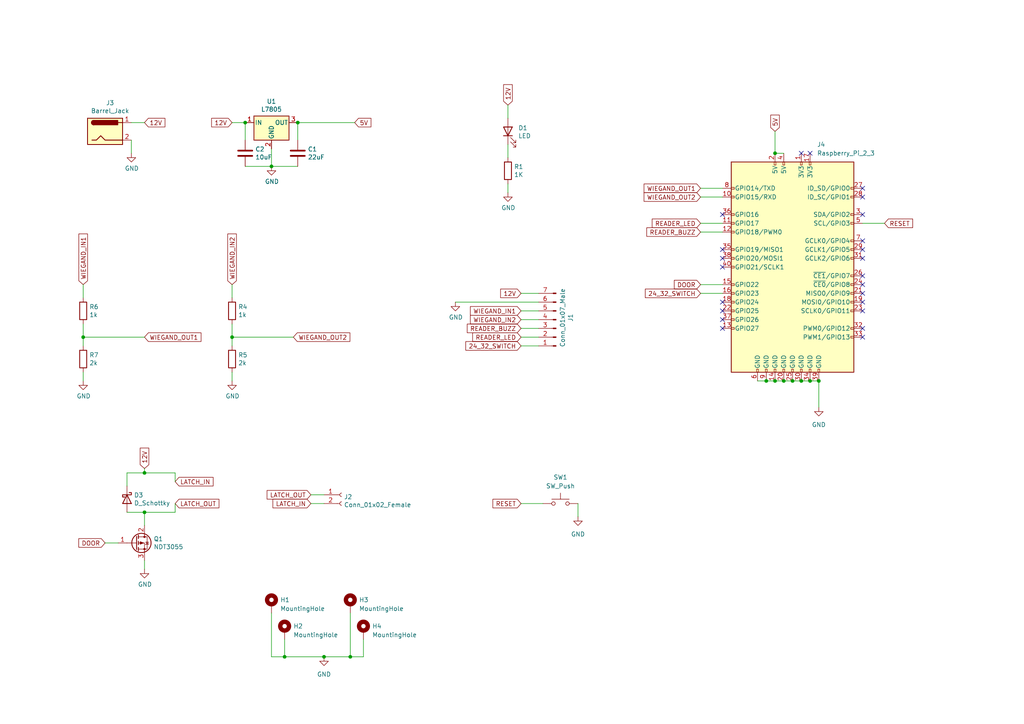
<source format=kicad_sch>
(kicad_sch (version 20211123) (generator eeschema)
  (paper "A4")
  (lib_symbols
    (symbol "Connector:Barrel_Jack" (pin_names (offset 1.016))
      (property "Reference" "J" (at 0 5.334 0))
      (property "Value" "Barrel_Jack" (at 0 -5.08 0))
      (symbol "Barrel_Jack_0_1"
        (rectangle (start -5.08 3.81) (end 5.08 -3.81) (stroke (width 0.254)) (fill (type background)))
        (arc (start -3.302 3.175) (mid -3.937 2.54) (end -3.302 1.905) (stroke (width 0.254)))
        (arc (start -3.302 3.175) (mid -3.937 2.54) (end -3.302 1.905) (stroke (width 0.254)) (fill (type outline)))
        (polyline (pts (xy 5.08 2.54) (xy 3.81 2.54)) (stroke (width 0.254)))
        (polyline (pts (xy -3.81 -2.54) (xy -2.54 -2.54) (xy -1.27 -1.27) (xy 0 -2.54) (xy 2.54 -2.54) (xy 5.08 -2.54)) (stroke (width 0.254)))
        (rectangle (start 3.683 3.175) (end -3.302 1.905) (stroke (width 0.254)) (fill (type outline)))
      )
      (symbol "Barrel_Jack_1_1"
        (pin passive line (at 7.62 2.54 180) (length 2.54) (name "~") (number "1"))
        (pin passive line (at 7.62 -2.54 180) (length 2.54) (name "~") (number "2"))
      )
    )
    (symbol "Connector:Conn_01x02_Female" (pin_names (offset 1.016) hide)
      (property "Reference" "J" (at 0 2.54 0))
      (property "Value" "Conn_01x02_Female" (at 0 -5.08 0))
      (symbol "Conn_01x02_Female_1_1"
        (arc (start 0 -2.032) (mid -0.508 -2.54) (end 0 -3.048) (stroke (width 0.1524)))
        (polyline (pts (xy -1.27 -2.54) (xy -0.508 -2.54)) (stroke (width 0.1524)))
        (polyline (pts (xy -1.27 0) (xy -0.508 0)) (stroke (width 0.1524)))
        (arc (start 0 0.508) (mid -0.508 0) (end 0 -0.508) (stroke (width 0.1524)))
        (pin passive line (at -5.08 0 0) (length 3.81) (name "Pin_1") (number "1"))
        (pin passive line (at -5.08 -2.54 0) (length 3.81) (name "Pin_2") (number "2"))
      )
    )
    (symbol "Connector:Conn_01x07_Male" (pin_names (offset 1.016) hide)
      (property "Reference" "J" (at 0 10.16 0))
      (property "Value" "Conn_01x07_Male" (at 0 -10.16 0))
      (symbol "Conn_01x07_Male_1_1"
        (polyline (pts (xy 1.27 -7.62) (xy 0.8636 -7.62)) (stroke (width 0.1524)))
        (polyline (pts (xy 1.27 -5.08) (xy 0.8636 -5.08)) (stroke (width 0.1524)))
        (polyline (pts (xy 1.27 -2.54) (xy 0.8636 -2.54)) (stroke (width 0.1524)))
        (polyline (pts (xy 1.27 0) (xy 0.8636 0)) (stroke (width 0.1524)))
        (polyline (pts (xy 1.27 2.54) (xy 0.8636 2.54)) (stroke (width 0.1524)))
        (polyline (pts (xy 1.27 5.08) (xy 0.8636 5.08)) (stroke (width 0.1524)))
        (polyline (pts (xy 1.27 7.62) (xy 0.8636 7.62)) (stroke (width 0.1524)))
        (rectangle (start 0.8636 -7.493) (end 0 -7.747) (stroke (width 0.1524)) (fill (type outline)))
        (rectangle (start 0.8636 -4.953) (end 0 -5.207) (stroke (width 0.1524)) (fill (type outline)))
        (rectangle (start 0.8636 -2.413) (end 0 -2.667) (stroke (width 0.1524)) (fill (type outline)))
        (rectangle (start 0.8636 0.127) (end 0 -0.127) (stroke (width 0.1524)) (fill (type outline)))
        (rectangle (start 0.8636 2.667) (end 0 2.413) (stroke (width 0.1524)) (fill (type outline)))
        (rectangle (start 0.8636 5.207) (end 0 4.953) (stroke (width 0.1524)) (fill (type outline)))
        (rectangle (start 0.8636 7.747) (end 0 7.493) (stroke (width 0.1524)) (fill (type outline)))
        (pin passive line (at 5.08 7.62 180) (length 3.81) (name "Pin_1") (number "1"))
        (pin passive line (at 5.08 5.08 180) (length 3.81) (name "Pin_2") (number "2"))
        (pin passive line (at 5.08 2.54 180) (length 3.81) (name "Pin_3") (number "3"))
        (pin passive line (at 5.08 0 180) (length 3.81) (name "Pin_4") (number "4"))
        (pin passive line (at 5.08 -2.54 180) (length 3.81) (name "Pin_5") (number "5"))
        (pin passive line (at 5.08 -5.08 180) (length 3.81) (name "Pin_6") (number "6"))
        (pin passive line (at 5.08 -7.62 180) (length 3.81) (name "Pin_7") (number "7"))
      )
    )
    (symbol "Connector:Raspberry_Pi_2_3" (pin_names (offset 1.016))
      (property "Reference" "J" (at -17.78 31.75 0))
      (property "Value" "Raspberry_Pi_2_3" (at 10.16 -31.75 0))
      (symbol "Raspberry_Pi_2_3_0_1"
        (rectangle (start -17.78 30.48) (end 17.78 -30.48) (stroke (width 0.254)) (fill (type background)))
      )
      (symbol "Raspberry_Pi_2_3_1_1"
        (rectangle (start -16.891 -17.526) (end -17.78 -18.034))
        (rectangle (start -16.891 -14.986) (end -17.78 -15.494))
        (rectangle (start -16.891 -12.446) (end -17.78 -12.954))
        (rectangle (start -16.891 -9.906) (end -17.78 -10.414))
        (rectangle (start -16.891 -7.366) (end -17.78 -7.874))
        (rectangle (start -16.891 -4.826) (end -17.78 -5.334))
        (rectangle (start -16.891 0.254) (end -17.78 -0.254))
        (rectangle (start -16.891 2.794) (end -17.78 2.286))
        (rectangle (start -16.891 5.334) (end -17.78 4.826))
        (rectangle (start -16.891 10.414) (end -17.78 9.906))
        (rectangle (start -16.891 12.954) (end -17.78 12.446))
        (rectangle (start -16.891 15.494) (end -17.78 14.986))
        (rectangle (start -16.891 20.574) (end -17.78 20.066))
        (rectangle (start -16.891 23.114) (end -17.78 22.606))
        (rectangle (start -10.414 -29.591) (end -9.906 -30.48))
        (rectangle (start -7.874 -29.591) (end -7.366 -30.48))
        (rectangle (start -5.334 -29.591) (end -4.826 -30.48))
        (rectangle (start -5.334 30.48) (end -4.826 29.591))
        (rectangle (start -2.794 -29.591) (end -2.286 -30.48))
        (rectangle (start -2.794 30.48) (end -2.286 29.591))
        (rectangle (start -0.254 -29.591) (end 0.254 -30.48))
        (rectangle (start 2.286 -29.591) (end 2.794 -30.48))
        (rectangle (start 2.286 30.48) (end 2.794 29.591))
        (rectangle (start 4.826 -29.591) (end 5.334 -30.48))
        (rectangle (start 4.826 30.48) (end 5.334 29.591))
        (rectangle (start 7.366 -29.591) (end 7.874 -30.48))
        (rectangle (start 17.78 -20.066) (end 16.891 -20.574))
        (rectangle (start 17.78 -17.526) (end 16.891 -18.034))
        (rectangle (start 17.78 -12.446) (end 16.891 -12.954))
        (rectangle (start 17.78 -9.906) (end 16.891 -10.414))
        (rectangle (start 17.78 -7.366) (end 16.891 -7.874))
        (rectangle (start 17.78 -4.826) (end 16.891 -5.334))
        (rectangle (start 17.78 -2.286) (end 16.891 -2.794))
        (rectangle (start 17.78 2.794) (end 16.891 2.286))
        (rectangle (start 17.78 5.334) (end 16.891 4.826))
        (rectangle (start 17.78 7.874) (end 16.891 7.366))
        (rectangle (start 17.78 12.954) (end 16.891 12.446))
        (rectangle (start 17.78 15.494) (end 16.891 14.986))
        (rectangle (start 17.78 20.574) (end 16.891 20.066))
        (rectangle (start 17.78 23.114) (end 16.891 22.606))
        (pin power_in line (at 2.54 33.02 270) (length 2.54) (name "3V3") (number "1"))
        (pin bidirectional line (at -20.32 20.32 0) (length 2.54) (name "GPIO15/RXD") (number "10"))
        (pin bidirectional line (at -20.32 12.7 0) (length 2.54) (name "GPIO17") (number "11"))
        (pin bidirectional line (at -20.32 10.16 0) (length 2.54) (name "GPIO18/PWM0") (number "12"))
        (pin bidirectional line (at -20.32 -17.78 0) (length 2.54) (name "GPIO27") (number "13"))
        (pin power_in line (at -5.08 -33.02 90) (length 2.54) (name "GND") (number "14"))
        (pin bidirectional line (at -20.32 -5.08 0) (length 2.54) (name "GPIO22") (number "15"))
        (pin bidirectional line (at -20.32 -7.62 0) (length 2.54) (name "GPIO23") (number "16"))
        (pin power_in line (at 5.08 33.02 270) (length 2.54) (name "3V3") (number "17"))
        (pin bidirectional line (at -20.32 -10.16 0) (length 2.54) (name "GPIO24") (number "18"))
        (pin bidirectional line (at 20.32 -10.16 180) (length 2.54) (name "MOSI0/GPIO10") (number "19"))
        (pin power_in line (at -5.08 33.02 270) (length 2.54) (name "5V") (number "2"))
        (pin power_in line (at -2.54 -33.02 90) (length 2.54) (name "GND") (number "20"))
        (pin bidirectional line (at 20.32 -7.62 180) (length 2.54) (name "MISO0/GPIO9") (number "21"))
        (pin bidirectional line (at -20.32 -12.7 0) (length 2.54) (name "GPIO25") (number "22"))
        (pin bidirectional line (at 20.32 -12.7 180) (length 2.54) (name "SCLK0/GPIO11") (number "23"))
        (pin bidirectional line (at 20.32 -5.08 180) (length 2.54) (name "~{CE0}/GPIO8") (number "24"))
        (pin power_in line (at 0 -33.02 90) (length 2.54) (name "GND") (number "25"))
        (pin bidirectional line (at 20.32 -2.54 180) (length 2.54) (name "~{CE1}/GPIO7") (number "26"))
        (pin bidirectional line (at 20.32 22.86 180) (length 2.54) (name "ID_SD/GPIO0") (number "27"))
        (pin bidirectional line (at 20.32 20.32 180) (length 2.54) (name "ID_SC/GPIO1") (number "28"))
        (pin bidirectional line (at 20.32 5.08 180) (length 2.54) (name "GCLK1/GPIO5") (number "29"))
        (pin bidirectional line (at 20.32 15.24 180) (length 2.54) (name "SDA/GPIO2") (number "3"))
        (pin power_in line (at 2.54 -33.02 90) (length 2.54) (name "GND") (number "30"))
        (pin bidirectional line (at 20.32 2.54 180) (length 2.54) (name "GCLK2/GPIO6") (number "31"))
        (pin bidirectional line (at 20.32 -17.78 180) (length 2.54) (name "PWM0/GPIO12") (number "32"))
        (pin bidirectional line (at 20.32 -20.32 180) (length 2.54) (name "PWM1/GPIO13") (number "33"))
        (pin power_in line (at 5.08 -33.02 90) (length 2.54) (name "GND") (number "34"))
        (pin bidirectional line (at -20.32 5.08 0) (length 2.54) (name "GPIO19/MISO1") (number "35"))
        (pin bidirectional line (at -20.32 15.24 0) (length 2.54) (name "GPIO16") (number "36"))
        (pin bidirectional line (at -20.32 -15.24 0) (length 2.54) (name "GPIO26") (number "37"))
        (pin bidirectional line (at -20.32 2.54 0) (length 2.54) (name "GPIO20/MOSI1") (number "38"))
        (pin power_in line (at 7.62 -33.02 90) (length 2.54) (name "GND") (number "39"))
        (pin power_in line (at -2.54 33.02 270) (length 2.54) (name "5V") (number "4"))
        (pin bidirectional line (at -20.32 0 0) (length 2.54) (name "GPIO21/SCLK1") (number "40"))
        (pin bidirectional line (at 20.32 12.7 180) (length 2.54) (name "SCL/GPIO3") (number "5"))
        (pin power_in line (at -10.16 -33.02 90) (length 2.54) (name "GND") (number "6"))
        (pin bidirectional line (at 20.32 7.62 180) (length 2.54) (name "GCLK0/GPIO4") (number "7"))
        (pin bidirectional line (at -20.32 22.86 0) (length 2.54) (name "GPIO14/TXD") (number "8"))
        (pin power_in line (at -7.62 -33.02 90) (length 2.54) (name "GND") (number "9"))
      )
    )
    (symbol "Device:C" (pin_numbers hide) (pin_names (offset 0.254))
      (property "Reference" "C" (at 0.635 2.54 0))
      (property "Value" "C" (at 0.635 -2.54 0))
      (symbol "C_0_1"
        (polyline (pts (xy -2.032 -0.762) (xy 2.032 -0.762)) (stroke (width 0.508)))
        (polyline (pts (xy -2.032 0.762) (xy 2.032 0.762)) (stroke (width 0.508)))
      )
      (symbol "C_1_1"
        (pin passive line (at 0 3.81 270) (length 2.794) (name "~") (number "1"))
        (pin passive line (at 0 -3.81 90) (length 2.794) (name "~") (number "2"))
      )
    )
    (symbol "Device:D_Schottky" (pin_numbers hide) (pin_names (offset 1.016) hide)
      (property "Reference" "D" (at 0 2.54 0))
      (property "Value" "D_Schottky" (at 0 -2.54 0))
      (symbol "D_Schottky_0_1"
        (polyline (pts (xy 1.27 0) (xy -1.27 0)))
        (polyline (pts (xy 1.27 1.27) (xy 1.27 -1.27) (xy -1.27 0) (xy 1.27 1.27)) (stroke (width 0.254)))
        (polyline (pts (xy -1.905 0.635) (xy -1.905 1.27) (xy -1.27 1.27) (xy -1.27 -1.27) (xy -0.635 -1.27) (xy -0.635 -0.635)) (stroke (width 0.254)))
      )
      (symbol "D_Schottky_1_1"
        (pin passive line (at -3.81 0 0) (length 2.54) (name "K") (number "1"))
        (pin passive line (at 3.81 0 180) (length 2.54) (name "A") (number "2"))
      )
    )
    (symbol "Device:LED" (pin_numbers hide) (pin_names (offset 1.016) hide)
      (property "Reference" "D" (at 0 2.54 0))
      (property "Value" "LED" (at 0 -2.54 0))
      (symbol "LED_0_1"
        (polyline (pts (xy -1.27 -1.27) (xy -1.27 1.27)) (stroke (width 0.254)))
        (polyline (pts (xy -1.27 0) (xy 1.27 0)))
        (polyline (pts (xy 1.27 -1.27) (xy 1.27 1.27) (xy -1.27 0) (xy 1.27 -1.27)) (stroke (width 0.254)))
        (polyline (pts (xy -3.048 -0.762) (xy -4.572 -2.286) (xy -3.81 -2.286) (xy -4.572 -2.286) (xy -4.572 -1.524)))
        (polyline (pts (xy -1.778 -0.762) (xy -3.302 -2.286) (xy -2.54 -2.286) (xy -3.302 -2.286) (xy -3.302 -1.524)))
      )
      (symbol "LED_1_1"
        (pin passive line (at -3.81 0 0) (length 2.54) (name "K") (number "1"))
        (pin passive line (at 3.81 0 180) (length 2.54) (name "A") (number "2"))
      )
    )
    (symbol "Device:R" (pin_numbers hide) (pin_names (offset 0))
      (property "Reference" "R" (at 2.032 0 90))
      (property "Value" "R" (at 0 0 90))
      (symbol "R_0_1"
        (rectangle (start -1.016 -2.54) (end 1.016 2.54) (stroke (width 0.254)))
      )
      (symbol "R_1_1"
        (pin passive line (at 0 3.81 270) (length 1.27) (name "~") (number "1"))
        (pin passive line (at 0 -3.81 90) (length 1.27) (name "~") (number "2"))
      )
    )
    (symbol "Mechanical:MountingHole_Pad" (pin_numbers hide) (pin_names (offset 1.016) hide)
      (property "Reference" "H" (at 0 6.35 0))
      (property "Value" "MountingHole_Pad" (at 0 4.445 0))
      (symbol "MountingHole_Pad_0_1"
        (circle (center 0 1.27) (radius 1.27) (stroke (width 1.27)))
      )
      (symbol "MountingHole_Pad_1_1"
        (pin input line (at 0 -2.54 90) (length 2.54) (name "1") (number "1"))
      )
    )
    (symbol "Regulator_Linear:L7805" (pin_names (offset 0.254))
      (property "Reference" "U" (at -3.81 3.175 0))
      (property "Value" "L7805" (at 0 3.175 0))
      (symbol "L7805_0_1"
        (rectangle (start -5.08 1.905) (end 5.08 -5.08) (stroke (width 0.254)) (fill (type background)))
      )
      (symbol "L7805_1_1"
        (pin power_in line (at -7.62 0 0) (length 2.54) (name "IN") (number "1"))
        (pin power_in line (at 0 -7.62 90) (length 2.54) (name "GND") (number "2"))
        (pin power_out line (at 7.62 0 180) (length 2.54) (name "OUT") (number "3"))
      )
    )
    (symbol "Switch:SW_Push" (pin_numbers hide) (pin_names (offset 1.016) hide)
      (property "Reference" "SW" (at 1.27 2.54 0))
      (property "Value" "SW_Push" (at 0 -1.524 0))
      (symbol "SW_Push_0_1"
        (circle (center -2.032 0) (radius 0.508))
        (polyline (pts (xy 0 1.27) (xy 0 3.048)))
        (polyline (pts (xy 2.54 1.27) (xy -2.54 1.27)))
        (circle (center 2.032 0) (radius 0.508))
        (pin passive line (at -5.08 0 0) (length 2.54) (name "1") (number "1"))
        (pin passive line (at 5.08 0 180) (length 2.54) (name "2") (number "2"))
      )
    )
    (symbol "Transistor_FET:ZXMP4A16G" (pin_names hide)
      (property "Reference" "Q" (at 5.08 1.905 0))
      (property "Value" "ZXMP4A16G" (at 5.08 0 0))
      (symbol "ZXMP4A16G_0_1"
        (polyline (pts (xy 0.254 0) (xy -2.54 0)))
        (polyline (pts (xy 0.254 1.905) (xy 0.254 -1.905)) (stroke (width 0.254)))
        (polyline (pts (xy 0.762 -1.27) (xy 0.762 -2.286)) (stroke (width 0.254)))
        (polyline (pts (xy 0.762 0.508) (xy 0.762 -0.508)) (stroke (width 0.254)))
        (polyline (pts (xy 0.762 2.286) (xy 0.762 1.27)) (stroke (width 0.254)))
        (polyline (pts (xy 2.54 2.54) (xy 2.54 1.778)))
        (polyline (pts (xy 2.54 -2.54) (xy 2.54 0) (xy 0.762 0)))
        (polyline (pts (xy 0.762 1.778) (xy 3.302 1.778) (xy 3.302 -1.778) (xy 0.762 -1.778)))
        (polyline (pts (xy 2.286 0) (xy 1.27 0.381) (xy 1.27 -0.381) (xy 2.286 0)) (fill (type outline)))
        (polyline (pts (xy 2.794 -0.508) (xy 2.921 -0.381) (xy 3.683 -0.381) (xy 3.81 -0.254)))
        (polyline (pts (xy 3.302 -0.381) (xy 2.921 0.254) (xy 3.683 0.254) (xy 3.302 -0.381)))
        (circle (center 1.651 0) (radius 2.794) (stroke (width 0.254)))
        (circle (center 2.54 -1.778) (radius 0.254) (fill (type outline)))
        (circle (center 2.54 1.778) (radius 0.254) (fill (type outline)))
      )
      (symbol "ZXMP4A16G_1_1"
        (pin input line (at -5.08 0 0) (length 2.54) (name "G") (number "1"))
        (pin passive line (at 2.54 5.08 270) (length 2.54) (name "D") (number "2"))
        (pin passive line (at 2.54 -5.08 90) (length 2.54) (name "S") (number "3"))
      )
    )
    (symbol "power:GND" (power) (pin_names (offset 0))
      (property "Value" "GND" (at 0 -3.81 0))
      (symbol "GND_0_1"
        (polyline (pts (xy 0 0) (xy 0 -1.27) (xy 1.27 -1.27) (xy 0 -2.54) (xy -1.27 -1.27) (xy 0 -1.27)))
      )
      (symbol "GND_1_1"
        (pin power_in line (at 0 0 270) (length 0) hide (name "GND") (number "1"))
      )
    )
  )
  (junction (at 93.98 190.5))
  (junction (at 67.31 97.79))
  (junction (at 71.12 35.56))
  (junction (at 24.13 97.79))
  (junction (at 41.91 137.16))
  (junction (at 224.79 110.49))
  (junction (at 86.36 35.56))
  (junction (at 101.6 190.5))
  (junction (at 237.49 110.49))
  (junction (at 41.91 148.59))
  (junction (at 229.87 110.49))
  (junction (at 82.55 190.5))
  (junction (at 78.74 48.26))
  (junction (at 232.41 110.49))
  (junction (at 234.95 110.49))
  (junction (at 227.33 110.49))
  (junction (at 222.25 110.49))
  (junction (at 224.79 44.45))
  (no_connect (at 209.55 77.47))
  (no_connect (at 209.55 62.23))
  (no_connect (at 209.55 72.39))
  (no_connect (at 209.55 74.93))
  (no_connect (at 250.19 54.61))
  (no_connect (at 250.19 69.85))
  (no_connect (at 250.19 62.23))
  (no_connect (at 250.19 57.15))
  (no_connect (at 250.19 72.39))
  (no_connect (at 250.19 74.93))
  (no_connect (at 250.19 80.01))
  (no_connect (at 250.19 82.55))
  (no_connect (at 250.19 85.09))
  (no_connect (at 209.55 87.63))
  (no_connect (at 209.55 90.17))
  (no_connect (at 209.55 92.71))
  (no_connect (at 209.55 95.25))
  (no_connect (at 250.19 90.17))
  (no_connect (at 250.19 87.63))
  (no_connect (at 250.19 97.79))
  (no_connect (at 250.19 95.25))
  (no_connect (at 232.41 44.45))
  (no_connect (at 234.95 44.45))
  (wire (pts (xy 24.13 82.55) (xy 24.13 86.36)))
  (wire (pts (xy 30.48 157.48) (xy 34.29 157.48)))
  (wire (pts (xy 147.32 34.29) (xy 147.32 30.48)))
  (wire (pts (xy 203.2 57.15) (xy 209.55 57.15)))
  (wire (pts (xy 36.83 148.59) (xy 41.91 148.59)))
  (wire (pts (xy 86.36 35.56) (xy 102.87 35.56)))
  (wire (pts (xy 151.13 85.09) (xy 156.21 85.09)))
  (wire (pts (xy 86.36 35.56) (xy 86.36 40.64)))
  (wire (pts (xy 151.13 90.17) (xy 156.21 90.17)))
  (wire (pts (xy 67.31 97.79) (xy 67.31 100.33)))
  (wire (pts (xy 36.83 137.16) (xy 41.91 137.16)))
  (wire (pts (xy 147.32 41.91) (xy 147.32 45.72)))
  (wire (pts (xy 78.74 43.18) (xy 78.74 48.26)))
  (wire (pts (xy 203.2 82.55) (xy 209.55 82.55)))
  (wire (pts (xy 67.31 107.95) (xy 67.31 110.49)))
  (wire (pts (xy 203.2 85.09) (xy 209.55 85.09)))
  (wire (pts (xy 219.71 110.49) (xy 222.25 110.49)))
  (wire (pts (xy 67.31 97.79) (xy 85.09 97.79)))
  (wire (pts (xy 82.55 185.42) (xy 82.55 190.5)))
  (wire (pts (xy 50.8 148.59) (xy 41.91 148.59)))
  (wire (pts (xy 147.32 53.34) (xy 147.32 55.88)))
  (wire (pts (xy 101.6 177.8) (xy 101.6 190.5)))
  (wire (pts (xy 93.98 146.05) (xy 90.17 146.05)))
  (wire (pts (xy 36.83 140.97) (xy 36.83 137.16)))
  (wire (pts (xy 50.8 137.16) (xy 50.8 139.7)))
  (wire (pts (xy 38.1 35.56) (xy 41.91 35.56)))
  (wire (pts (xy 67.31 93.98) (xy 67.31 97.79)))
  (wire (pts (xy 24.13 107.95) (xy 24.13 110.49)))
  (wire (pts (xy 41.91 162.56) (xy 41.91 165.1)))
  (wire (pts (xy 50.8 146.05) (xy 50.8 148.59)))
  (wire (pts (xy 250.19 64.77) (xy 256.54 64.77)))
  (wire (pts (xy 41.91 148.59) (xy 41.91 152.4)))
  (wire (pts (xy 232.41 110.49) (xy 234.95 110.49)))
  (wire (pts (xy 224.79 38.1) (xy 224.79 44.45)))
  (wire (pts (xy 237.49 110.49) (xy 237.49 118.11)))
  (wire (pts (xy 41.91 137.16) (xy 50.8 137.16)))
  (wire (pts (xy 82.55 190.5) (xy 93.98 190.5)))
  (wire (pts (xy 151.13 146.05) (xy 157.48 146.05)))
  (wire (pts (xy 151.13 97.79) (xy 156.21 97.79)))
  (wire (pts (xy 78.74 190.5) (xy 82.55 190.5)))
  (wire (pts (xy 203.2 64.77) (xy 209.55 64.77)))
  (wire (pts (xy 229.87 110.49) (xy 232.41 110.49)))
  (wire (pts (xy 132.08 87.63) (xy 156.21 87.63)))
  (wire (pts (xy 203.2 54.61) (xy 209.55 54.61)))
  (wire (pts (xy 151.13 95.25) (xy 156.21 95.25)))
  (wire (pts (xy 67.31 82.55) (xy 67.31 86.36)))
  (wire (pts (xy 101.6 190.5) (xy 105.41 190.5)))
  (wire (pts (xy 93.98 190.5) (xy 101.6 190.5)))
  (wire (pts (xy 24.13 97.79) (xy 24.13 100.33)))
  (wire (pts (xy 71.12 35.56) (xy 71.12 40.64)))
  (wire (pts (xy 24.13 97.79) (xy 41.91 97.79)))
  (wire (pts (xy 41.91 137.16) (xy 41.91 135.89)))
  (wire (pts (xy 224.79 44.45) (xy 227.33 44.45)))
  (wire (pts (xy 24.13 93.98) (xy 24.13 97.79)))
  (wire (pts (xy 90.17 143.51) (xy 93.98 143.51)))
  (wire (pts (xy 227.33 110.49) (xy 229.87 110.49)))
  (wire (pts (xy 105.41 190.5) (xy 105.41 185.42)))
  (wire (pts (xy 38.1 40.64) (xy 38.1 44.45)))
  (wire (pts (xy 156.21 92.71) (xy 151.13 92.71)))
  (wire (pts (xy 71.12 35.56) (xy 67.31 35.56)))
  (wire (pts (xy 222.25 110.49) (xy 224.79 110.49)))
  (wire (pts (xy 234.95 110.49) (xy 237.49 110.49)))
  (wire (pts (xy 203.2 67.31) (xy 209.55 67.31)))
  (wire (pts (xy 78.74 48.26) (xy 86.36 48.26)))
  (wire (pts (xy 71.12 48.26) (xy 78.74 48.26)))
  (wire (pts (xy 167.64 146.05) (xy 167.64 149.86)))
  (wire (pts (xy 78.74 177.8) (xy 78.74 190.5)))
  (wire (pts (xy 151.13 100.33) (xy 156.21 100.33)))
  (wire (pts (xy 224.79 110.49) (xy 227.33 110.49)))
  (global_label "WIEGAND_OUT2" (shape input) (at 85.09 97.79 0) (property "Intersheet References" "${INTERSHEET_REFS}" (effects hide)))
  (global_label "12V" (shape input) (at 41.91 35.56 0) (property "Intersheet References" "${INTERSHEET_REFS}" (effects hide)))
  (global_label "5V" (shape input) (at 224.79 38.1 90) (property "Intersheet References" "${INTERSHEET_REFS}" (effects hide)))
  (global_label "24_32_SWITCH" (shape input) (at 203.2 85.09 180) (property "Intersheet References" "${INTERSHEET_REFS}" (effects hide)))
  (global_label "DOOR" (shape input) (at 203.2 82.55 180) (property "Intersheet References" "${INTERSHEET_REFS}" (effects hide)))
  (global_label "24_32_SWITCH" (shape input) (at 151.13 100.33 180) (property "Intersheet References" "${INTERSHEET_REFS}" (effects hide)))
  (global_label "RESET" (shape input) (at 151.13 146.05 180) (property "Intersheet References" "${INTERSHEET_REFS}" (effects hide)))
  (global_label "READER_LED" (shape input) (at 151.13 97.79 180) (property "Intersheet References" "${INTERSHEET_REFS}" (effects hide)))
  (global_label "WIEGAND_IN2" (shape input) (at 67.31 82.55 90) (property "Intersheet References" "${INTERSHEET_REFS}" (effects hide)))
  (global_label "DOOR" (shape input) (at 30.48 157.48 180) (property "Intersheet References" "${INTERSHEET_REFS}" (effects hide)))
  (global_label "READER_BUZZ" (shape input) (at 151.13 95.25 180) (property "Intersheet References" "${INTERSHEET_REFS}" (effects hide)))
  (global_label "WIEGAND_OUT1" (shape input) (at 41.91 97.79 0) (property "Intersheet References" "${INTERSHEET_REFS}" (effects hide)))
  (global_label "READER_LED" (shape input) (at 203.2 64.77 180) (property "Intersheet References" "${INTERSHEET_REFS}" (effects hide)))
  (global_label "12V" (shape input) (at 151.13 85.09 180) (property "Intersheet References" "${INTERSHEET_REFS}" (effects hide)))
  (global_label "12V" (shape input) (at 147.32 30.48 90) (property "Intersheet References" "${INTERSHEET_REFS}" (effects hide)))
  (global_label "LATCH_IN" (shape input) (at 50.8 139.7 0) (property "Intersheet References" "${INTERSHEET_REFS}" (effects hide)))
  (global_label "WIEGAND_OUT1" (shape input) (at 203.2 54.61 180) (property "Intersheet References" "${INTERSHEET_REFS}" (effects hide)))
  (global_label "LATCH_OUT" (shape input) (at 50.8 146.05 0) (property "Intersheet References" "${INTERSHEET_REFS}" (effects hide)))
  (global_label "LATCH_IN" (shape input) (at 90.17 146.05 180) (property "Intersheet References" "${INTERSHEET_REFS}" (effects hide)))
  (global_label "LATCH_OUT" (shape input) (at 90.17 143.51 180) (property "Intersheet References" "${INTERSHEET_REFS}" (effects hide)))
  (global_label "RESET" (shape input) (at 256.54 64.77 0) (property "Intersheet References" "${INTERSHEET_REFS}" (effects hide)))
  (global_label "5V" (shape input) (at 102.87 35.56 0) (property "Intersheet References" "${INTERSHEET_REFS}" (effects hide)))
  (global_label "WIEGAND_IN1" (shape input) (at 24.13 82.55 90) (property "Intersheet References" "${INTERSHEET_REFS}" (effects hide)))
  (global_label "WIEGAND_OUT2" (shape input) (at 203.2 57.15 180) (property "Intersheet References" "${INTERSHEET_REFS}" (effects hide)))
  (global_label "WIEGAND_IN1" (shape input) (at 151.13 90.17 180) (property "Intersheet References" "${INTERSHEET_REFS}" (effects hide)))
  (global_label "12V" (shape input) (at 41.91 135.89 90) (property "Intersheet References" "${INTERSHEET_REFS}" (effects hide)))
  (global_label "READER_BUZZ" (shape input) (at 203.2 67.31 180) (property "Intersheet References" "${INTERSHEET_REFS}" (effects hide)))
  (global_label "12V" (shape input) (at 67.31 35.56 180) (property "Intersheet References" "${INTERSHEET_REFS}" (effects hide)))
  (global_label "WIEGAND_IN2" (shape input) (at 151.13 92.71 180) (property "Intersheet References" "${INTERSHEET_REFS}" (effects hide)))
  (symbol (lib_id "power:GND") (at 41.91 165.1 0) (unit 1)
    (property "Reference" "#PWR0101" (effects hide))
    (property "Value" "GND" (at 42.037 169.4942 0))
  )
  (symbol (lib_id "Device:D_Schottky") (at 36.83 144.78 270) (unit 1)
    (property "Reference" "D3" (at 38.862 143.6116 90) (effects (justify left)))
    (property "Value" "D_Schottky" (at 38.862 145.923 90) (effects (justify left)))
    (property "Footprint" "Diode_SMD:D_1206_3216Metric" (effects hide))
    (property "Digikey #" "478-7805-2-ND" (effects hide))
  )
  (symbol (lib_id "Device:LED") (at 147.32 38.1 90) (unit 1)
    (property "Reference" "D1" (at 150.3172 37.1094 90) (effects (justify right)))
    (property "Value" "LED" (at 150.3172 39.4208 90) (effects (justify right)))
    (property "Footprint" "LED_SMD:LED_1206_3216Metric" (effects hide))
    (property "Digikey #" "1516-1073-2-N" (effects hide))
  )
  (symbol (lib_id "Device:R") (at 147.32 49.53 0) (unit 1)
    (property "Reference" "R1" (at 149.098 48.3616 0) (effects (justify left)))
    (property "Value" "1K" (at 149.098 50.673 0) (effects (justify left)))
    (property "Footprint" "Resistor_SMD:R_1210_3225Metric" (effects hide))
    (property "Digikey #" "RMCF1210FT1K00" (effects hide))
  )
  (symbol (lib_id "power:GND") (at 147.32 55.88 0) (unit 1)
    (property "Reference" "#PWR0103" (effects hide))
    (property "Value" "GND" (at 147.447 60.2742 0))
  )
  (symbol (lib_id "Connector:Conn_01x02_Female") (at 99.06 143.51 0) (unit 1)
    (property "Reference" "J2" (at 99.7712 144.1196 0) (effects (justify left)))
    (property "Value" "Conn_01x02_Female" (at 99.7712 146.431 0) (effects (justify left)))
    (property "Footprint" "Terminal_Blocks:TerminalBlock_Pheonix_MKDS1.5-2pol" (effects hide))
    (property "Digikey #" "ED2561-ND" (effects hide))
  )
  (symbol (lib_id "Regulator_Linear:L7805") (at 78.74 35.56 0) (unit 1)
    (property "Reference" "U1" (at 78.74 29.4132 0))
    (property "Value" "L7805" (at 78.74 31.7246 0))
    (property "Footprint" "TO_SOT_Packages_THT:TO-220_Neutral123_Vertical" (effects hide))
    (property "Datasheet" "http://www.st.com/content/ccc/resource/technical/document/datasheet/41/4f/b3/b0/12/d4/47/88/CD00000444.pdf/files/CD00000444.pdf/jcr:content/translations/en.CD00000444.pdf" (effects hide))
    (property "Digikey #" "1470-VR10S05-ND" (effects hide))
  )
  (symbol (lib_id "Device:C") (at 86.36 44.45 0) (unit 1)
    (property "Reference" "C1" (at 89.281 43.2816 0) (effects (justify left)))
    (property "Value" "22uF" (at 89.281 45.593 0) (effects (justify left)))
    (property "Footprint" "Capacitor_SMD:C_1206_3216Metric" (effects hide))
    (property "Digikey #" "1276-1771-2-ND" (effects hide))
  )
  (symbol (lib_id "power:GND") (at 78.74 48.26 0) (unit 1)
    (property "Reference" "#PWR0105" (effects hide))
    (property "Value" "GND" (at 78.867 52.6542 0))
  )
  (symbol (lib_id "power:GND") (at 132.08 87.63 0) (unit 1)
    (property "Reference" "#PWR0109" (effects hide))
    (property "Value" "GND" (at 132.207 92.0242 0))
  )
  (symbol (lib_id "Connector:Conn_01x07_Male") (at 161.29 92.71 180) (unit 1)
    (property "Reference" "J1" (at 165.481 92.1512 90))
    (property "Value" "Conn_01x07_Male" (at 163.1696 92.1512 90))
    (property "Footprint" "Pin_Headers:Pin_Header_Straight_1x07" (effects hide))
  )
  (symbol (lib_id "Connector:Barrel_Jack") (at 30.48 38.1 0) (unit 1)
    (property "Reference" "J3" (at 31.9278 29.845 0))
    (property "Value" "Barrel_Jack" (at 31.9278 32.1564 0))
    (property "Footprint" "Terminal_Blocks:TerminalBlock_Pheonix_MKDS1.5-2pol" (effects hide))
    (property "Digikey #" "ED2561-ND" (effects hide))
  )
  (symbol (lib_id "power:GND") (at 38.1 44.45 0) (unit 1)
    (property "Reference" "#PWR0102" (effects hide))
    (property "Value" "GND" (at 38.227 48.8442 0))
  )
  (symbol (lib_id "Device:R") (at 67.31 90.17 0) (unit 1)
    (property "Reference" "R4" (at 69.088 89.0016 0) (effects (justify left)))
    (property "Value" "1k" (at 69.088 91.313 0) (effects (justify left)))
    (property "Footprint" "Resistor_SMD:R_1210_3225Metric" (effects hide))
    (property "Digikey #" "RMCF1210FT1K00" (effects hide))
  )
  (symbol (lib_id "Device:R") (at 67.31 104.14 0) (unit 1)
    (property "Reference" "R5" (at 69.088 102.9716 0) (effects (justify left)))
    (property "Value" "2k" (at 69.088 105.283 0) (effects (justify left)))
    (property "Footprint" "Resistor_SMD:R_1210_3225Metric" (effects hide))
    (property "Digikey #" "P2.0KVTR-ND" (effects hide))
  )
  (symbol (lib_id "power:GND") (at 67.31 110.49 0) (unit 1)
    (property "Reference" "#PWR0108" (effects hide))
    (property "Value" "GND" (at 67.437 114.8842 0))
  )
  (symbol (lib_id "Device:R") (at 24.13 90.17 0) (unit 1)
    (property "Reference" "R6" (at 25.908 89.0016 0) (effects (justify left)))
    (property "Value" "1k" (at 25.908 91.313 0) (effects (justify left)))
    (property "Footprint" "Resistor_SMD:R_1210_3225Metric" (effects hide))
    (property "Digikey #" "RMCF1210FT1K00" (effects hide))
  )
  (symbol (lib_id "Device:R") (at 24.13 104.14 0) (unit 1)
    (property "Reference" "R7" (at 25.908 102.9716 0) (effects (justify left)))
    (property "Value" "2k" (at 25.908 105.283 0) (effects (justify left)))
    (property "Footprint" "Resistor_SMD:R_1210_3225Metric" (effects hide))
    (property "Digikey #" "P2.0KVTR-ND" (effects hide))
  )
  (symbol (lib_id "power:GND") (at 24.13 110.49 0) (unit 1)
    (property "Reference" "#PWR0111" (effects hide))
    (property "Value" "GND" (at 24.257 114.8842 0))
  )
  (symbol (lib_id "Transistor_FET:ZXMP4A16G") (at 39.37 157.48 0) (unit 1)
    (property "Reference" "Q1" (at 44.5516 156.3116 0) (effects (justify left)))
    (property "Value" "NDT3055" (at 44.5516 158.623 0) (effects (justify left)))
    (property "Footprint" "Package_TO_SOT_SMD:SOT-223" (effects hide))
    (property "Datasheet" "https://www.onsemi.com/pdf/datasheet/ndt3055-d.pdf" (effects hide))
    (property "Digikey #" "NDT3055CT-ND" (effects hide))
  )
  (symbol (lib_id "Device:C") (at 71.12 44.45 0) (unit 1)
    (property "Reference" "C2" (at 74.041 43.2816 0) (effects (justify left)))
    (property "Value" "10uF" (at 74.041 45.593 0) (effects (justify left)))
    (property "Footprint" "Capacitor_SMD:C_1206_3216Metric" (effects hide))
    (property "Digikey #" "1276-6736-1-ND" (effects hide))
  )
  (symbol (lib_id "Mechanical:MountingHole_Pad") (at 82.55 182.88 0) (unit 1)
    (property "Reference" "H2" (at 85.09 181.6099 0) (effects (justify left)))
    (property "Value" "MountingHole" (at 85.09 184.1499 0) (effects (justify left)))
    (property "Footprint" "MountingHole:MountingHole_2.7mm_M2.5_Pad" (effects hide))
  )
  (symbol (lib_id "power:GND") (at 237.49 118.11 0) (unit 1)
    (property "Reference" "#PWR0104" (effects hide))
    (property "Value" "GND" (at 237.49 123.19 0))
  )
  (symbol (lib_id "Mechanical:MountingHole_Pad") (at 101.6 175.26 0) (unit 1)
    (property "Reference" "H3" (at 104.14 173.9899 0) (effects (justify left)))
    (property "Value" "MountingHole" (at 104.14 176.5299 0) (effects (justify left)))
    (property "Footprint" "MountingHole:MountingHole_2.7mm_M2.5_Pad" (effects hide))
  )
  (symbol (lib_id "Connector:Raspberry_Pi_2_3") (at 229.87 77.47 0) (unit 1)
    (property "Reference" "J4" (at 236.9694 41.91 0) (effects (justify left)))
    (property "Value" "Raspberry_Pi_2_3" (at 236.9694 44.45 0) (effects (justify left)))
    (property "Footprint" "Connector_PinHeader_2.54mm:PinHeader_2x20_P2.54mm_Vertical" (effects hide))
    (property "Datasheet" "https://www.raspberrypi.org/documentation/hardware/raspberrypi/schematics/rpi_SCH_3bplus_1p0_reduced.pdf" (effects hide))
  )
  (symbol (lib_id "Mechanical:MountingHole_Pad") (at 78.74 175.26 0) (unit 1)
    (property "Reference" "H1" (at 81.28 173.9899 0) (effects (justify left)))
    (property "Value" "MountingHole" (at 81.28 176.5299 0) (effects (justify left)))
    (property "Footprint" "MountingHole:MountingHole_2.7mm_M2.5_Pad" (effects hide))
  )
  (symbol (lib_id "power:GND") (at 167.64 149.86 0) (unit 1)
    (property "Reference" "#PWR0110" (effects hide))
    (property "Value" "GND" (at 167.64 154.94 0))
  )
  (symbol (lib_id "power:GND") (at 93.98 190.5 0) (unit 1)
    (property "Reference" "#PWR0106" (effects hide))
    (property "Value" "GND" (at 93.98 195.58 0))
  )
  (symbol (lib_id "Switch:SW_Push") (at 162.56 146.05 0) (unit 1)
    (property "Reference" "SW1" (at 162.56 138.43 0))
    (property "Value" "SW_Push" (at 162.56 140.97 0))
    (property "Footprint" "Button_Switch_SMD:SW_SPST_PTS645" (effects hide))
    (property "Digikey #" "CKN10880DKR-ND" (effects hide))
  )
  (symbol (lib_id "Mechanical:MountingHole_Pad") (at 105.41 182.88 0) (unit 1)
    (property "Reference" "H4" (at 107.95 181.6099 0) (effects (justify left)))
    (property "Value" "MountingHole" (at 107.95 184.1499 0) (effects (justify left)))
    (property "Footprint" "MountingHole:MountingHole_2.7mm_M2.5_Pad" (effects hide))
  )
)
</source>
